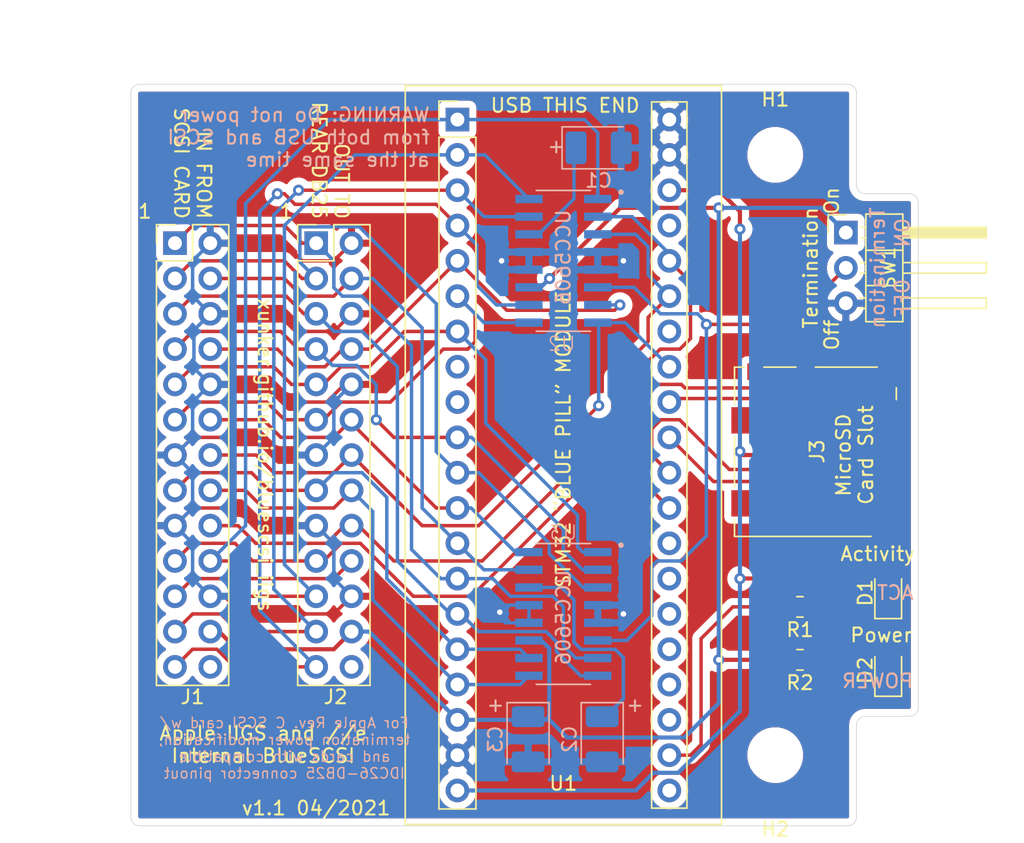
<source format=kicad_pcb>
(kicad_pcb (version 20171130) (host pcbnew "(5.1.8-0-10_14)")
  (layers (0 F.Cu signal) (31 B.Cu signal) (34 B.Paste user) (35 F.Paste user) (36 B.SilkS user) (37 F.SilkS user) (38 B.Mask user) (39 F.Mask user) (44 Edge.Cuts user))
  (net 0 "")
  (net 1 "Net-(U1-Pad37)")
  (net 2 "Net-(U1-Pad34)")
  (net 3 "Net-(U1-Pad8)")
  (net 4 "Net-(U1-Pad9)")
  (net 5 "Net-(U1-Pad28)")
  (net 6 "Net-(U1-Pad25)")
  (net 7 "Net-(U1-Pad24)")
  (net 8 "Net-(U1-Pad23)")
  (net 9 "Net-(U1-Pad21)")
  (net 10 "Net-(J1-Pad26)")
  (net 11 "Net-(J2-Pad26)")
  (net 12 +5V)
  (net 13 GND)
  (net 14 /SCSI_DB4)
  (net 15 /SCSI_DB2)
  (net 16 /SCSI_DB1)
  (net 17 /SCSI_DBP)
  (net 18 /SCSI_SEL)
  (net 19 /SCSI_ATN)
  (net 20 /SCSI_C_D)
  (net 21 /SCSI_DB7)
  (net 22 /SCSI_DB6)
  (net 23 /SCSI_DB5)
  (net 24 /SCSI_DB3)
  (net 25 /SCSI_DB0)
  (net 26 /SCSI_BSY)
  (net 27 /SCSI_ACK)
  (net 28 /SCSI_RST)
  (net 29 /SCSI_I_O)
  (net 30 /SCSI_MSG)
  (net 31 /SCSI_REQ)
  (net 32 /SD_MISO)
  (net 33 /SD_CSK)
  (net 34 +3V3)
  (net 35 /SD_MOSI)
  (net 36 /SD_CS)
  (net 37 "Net-(J3-Pad8)")
  (net 38 "Net-(J3-Pad1)")
  (net 39 "Net-(D2-Pad2)")
  (net 40 "Net-(R1-Pad2)")
  (net 41 "Net-(C1-Pad1)")
  (net 42 "Net-(C2-Pad1)")
  (net 43 /TERM_DISC)
  (net 44 "Net-(D1-Pad1)")
  (net 45 /DEBUG_RX)
  (net 46 /DEBUG_TX)
  (module Capacitor_Tantalum_SMD:CP_EIA-3528-21_Kemet-B_Pad1.50x2.35mm_HandSolder (layer B.Cu) (at 157.48 95.377 270)
    (fp_text reference C3 (at 0 2.35 90) (layer B.SilkS) (effects (justify mirror)))
    (fp_text value "4.7uF, 6.3v")
    (pad 2 smd roundrect (at 1.625 0 270) (size 1.5 2.35) (layers B.Cu B.Paste B.Mask) (roundrect_rratio 0.166667) (net 13 GND))
    (pad 1 smd roundrect (at -1.625 0 270) (size 1.5 2.35) (layers B.Cu B.Paste B.Mask) (roundrect_rratio 0.166667) (net 12 +5V))
  )
  (module Capacitor_Tantalum_SMD:CP_EIA-3528-21_Kemet-B_Pad1.50x2.35mm_HandSolder (layer B.Cu) (at 162.814 95.377 270)
    (fp_text reference C2 (at 0 2.35 90) (layer B.SilkS) (effects (justify mirror)))
    (fp_text value "4.7uF, 6.3v")
    (pad 2 smd roundrect (at 1.625 0 270) (size 1.5 2.35) (layers B.Cu B.Paste B.Mask) (roundrect_rratio 0.166667) (net 13 GND))
    (pad 1 smd roundrect (at -1.625 0 270) (size 1.5 2.35) (layers B.Cu B.Paste B.Mask) (roundrect_rratio 0.166667) (net 42 "Net-(C2-Pad1)"))
  )
  (module Capacitor_Tantalum_SMD:CP_EIA-3528-21_Kemet-B_Pad1.50x2.35mm_HandSolder (layer B.Cu) (at 162.56 52.832)
    (fp_text reference C1 (at 0 2.35) (layer B.SilkS) (effects (justify mirror)))
    (fp_text value "4.7uF, 6.3v")
    (pad 2 smd roundrect (at 1.625 0) (size 1.5 2.35) (layers B.Cu B.Paste B.Mask) (roundrect_rratio 0.166667) (net 13 GND))
    (pad 1 smd roundrect (at -1.625 0) (size 1.5 2.35) (layers B.Cu B.Paste B.Mask) (roundrect_rratio 0.166667) (net 41 "Net-(C1-Pad1)"))
  )
  (module LED_SMD:LED_0805_2012Metric_Pad1.15x1.40mm_HandSolder (layer F.Cu) (at 183.388 90.424 90)
    (fp_text reference D2 (at 0 -1.65 90) (layer F.SilkS))
    (fp_text value LED)
    (pad 2 smd roundrect (at 1.025 0 90) (size 1.15 1.4) (layers F.Cu F.Paste F.Mask) (roundrect_rratio 0.217391) (net 39 "Net-(D2-Pad2)"))
    (pad 1 smd roundrect (at -1.025 0 90) (size 1.15 1.4) (layers F.Cu F.Paste F.Mask) (roundrect_rratio 0.217391) (net 13 GND))
  )
  (module LED_SMD:LED_0805_2012Metric_Pad1.15x1.40mm_HandSolder (layer F.Cu) (at 183.388 84.836 90)
    (fp_text reference D1 (at 0 -1.65 90) (layer F.SilkS))
    (fp_text value LED)
    (pad 2 smd roundrect (at 1.025 0 90) (size 1.15 1.4) (layers F.Cu F.Paste F.Mask) (roundrect_rratio 0.217391) (net 34 +3V3))
    (pad 1 smd roundrect (at -1.025 0 90) (size 1.15 1.4) (layers F.Cu F.Paste F.Mask) (roundrect_rratio 0.217391) (net 44 "Net-(D1-Pad1)"))
  )
  (module Resistor_SMD:R_0805_2012Metric_Pad1.20x1.40mm_HandSolder (layer F.Cu) (at 177.038 89.662 180)
    (fp_text reference R2 (at 0 -1.65) (layer F.SilkS))
    (fp_text value 470)
    (pad 2 smd roundrect (at 1 0 180) (size 1.2 1.4) (layers F.Cu F.Paste F.Mask) (roundrect_rratio 0.208333) (net 12 +5V))
    (pad 1 smd roundrect (at -1 0 180) (size 1.2 1.4) (layers F.Cu F.Paste F.Mask) (roundrect_rratio 0.208333) (net 39 "Net-(D2-Pad2)"))
  )
  (module Resistor_SMD:R_0805_2012Metric_Pad1.20x1.40mm_HandSolder (layer F.Cu) (at 177.038 85.852 180)
    (fp_text reference R1 (at 0 -1.65) (layer F.SilkS))
    (fp_text value 330)
    (pad 2 smd roundrect (at 1 0 180) (size 1.2 1.4) (layers F.Cu F.Paste F.Mask) (roundrect_rratio 0.208333) (net 40 "Net-(R1-Pad2)"))
    (pad 1 smd roundrect (at -1 0 180) (size 1.2 1.4) (layers F.Cu F.Paste F.Mask) (roundrect_rratio 0.208333) (net 44 "Net-(D1-Pad1)"))
  )
  (module Connector_PinHeader_2.54mm:PinHeader_1x03_P2.54mm_Horizontal (layer F.Cu) (at 180.34 58.928)
    (fp_text reference SW1 (at 3.048 2.54 90) (layer F.SilkS))
    (fp_text value SW_SPDT)
    (pad 3 thru_hole oval (at 0 5.08) (size 1.7 1.7) (drill 1) (layers *.Cu *.Mask) (net 13 GND))
    (pad 2 thru_hole oval (at 0 2.54) (size 1.7 1.7) (drill 1) (layers *.Cu *.Mask) (net 43 /TERM_DISC))
    (pad 1 thru_hole rect (at 0 0) (size 1.7 1.7) (drill 1) (layers *.Cu *.Mask) (net 12 +5V))
  )
  (module Connector_PinHeader_2.54mm:PinHeader_2x13_P2.54mm_Vertical (layer F.Cu) (at 142.24 59.69)
    (fp_text reference J2 (at 1.397 32.639) (layer F.SilkS))
    (fp_text value Conn_02x13_Odd_Even)
    (pad 26 thru_hole oval (at 2.54 30.48) (size 1.7 1.7) (drill 1) (layers *.Cu *.Mask) (net 11 "Net-(J2-Pad26)"))
    (pad 25 thru_hole oval (at 0 30.48) (size 1.7 1.7) (drill 1) (layers *.Cu *.Mask) (net 21 /SCSI_DB7))
    (pad 24 thru_hole oval (at 2.54 27.94) (size 1.7 1.7) (drill 1) (layers *.Cu *.Mask) (net 12 +5V))
    (pad 23 thru_hole oval (at 0 27.94) (size 1.7 1.7) (drill 1) (layers *.Cu *.Mask) (net 22 /SCSI_DB6))
    (pad 22 thru_hole oval (at 2.54 25.4) (size 1.7 1.7) (drill 1) (layers *.Cu *.Mask) (net 13 GND))
    (pad 21 thru_hole oval (at 0 25.4) (size 1.7 1.7) (drill 1) (layers *.Cu *.Mask) (net 23 /SCSI_DB5))
    (pad 20 thru_hole oval (at 2.54 22.86) (size 1.7 1.7) (drill 1) (layers *.Cu *.Mask) (net 14 /SCSI_DB4))
    (pad 19 thru_hole oval (at 0 22.86) (size 1.7 1.7) (drill 1) (layers *.Cu *.Mask) (net 24 /SCSI_DB3))
    (pad 18 thru_hole oval (at 2.54 20.32) (size 1.7 1.7) (drill 1) (layers *.Cu *.Mask) (net 15 /SCSI_DB2))
    (pad 17 thru_hole oval (at 0 20.32) (size 1.7 1.7) (drill 1) (layers *.Cu *.Mask) (net 13 GND))
    (pad 16 thru_hole oval (at 2.54 17.78) (size 1.7 1.7) (drill 1) (layers *.Cu *.Mask) (net 16 /SCSI_DB1))
    (pad 15 thru_hole oval (at 0 17.78) (size 1.7 1.7) (drill 1) (layers *.Cu *.Mask) (net 25 /SCSI_DB0))
    (pad 14 thru_hole oval (at 2.54 15.24) (size 1.7 1.7) (drill 1) (layers *.Cu *.Mask) (net 17 /SCSI_DBP))
    (pad 13 thru_hole oval (at 0 15.24) (size 1.7 1.7) (drill 1) (layers *.Cu *.Mask) (net 13 GND))
    (pad 12 thru_hole oval (at 2.54 12.7) (size 1.7 1.7) (drill 1) (layers *.Cu *.Mask) (net 18 /SCSI_SEL))
    (pad 11 thru_hole oval (at 0 12.7) (size 1.7 1.7) (drill 1) (layers *.Cu *.Mask) (net 26 /SCSI_BSY))
    (pad 10 thru_hole oval (at 2.54 10.16) (size 1.7 1.7) (drill 1) (layers *.Cu *.Mask) (net 13 GND))
    (pad 9 thru_hole oval (at 0 10.16) (size 1.7 1.7) (drill 1) (layers *.Cu *.Mask) (net 27 /SCSI_ACK))
    (pad 8 thru_hole oval (at 2.54 7.62) (size 1.7 1.7) (drill 1) (layers *.Cu *.Mask) (net 19 /SCSI_ATN))
    (pad 7 thru_hole oval (at 0 7.62) (size 1.7 1.7) (drill 1) (layers *.Cu *.Mask) (net 28 /SCSI_RST))
    (pad 6 thru_hole oval (at 2.54 5.08) (size 1.7 1.7) (drill 1) (layers *.Cu *.Mask) (net 13 GND))
    (pad 5 thru_hole oval (at 0 5.08) (size 1.7 1.7) (drill 1) (layers *.Cu *.Mask) (net 29 /SCSI_I_O))
    (pad 4 thru_hole oval (at 2.54 2.54) (size 1.7 1.7) (drill 1) (layers *.Cu *.Mask) (net 20 /SCSI_C_D))
    (pad 3 thru_hole oval (at 0 2.54) (size 1.7 1.7) (drill 1) (layers *.Cu *.Mask) (net 30 /SCSI_MSG))
    (pad 2 thru_hole oval (at 2.54 0) (size 1.7 1.7) (drill 1) (layers *.Cu *.Mask) (net 13 GND))
    (pad 1 thru_hole rect (at 0 0) (size 1.7 1.7) (drill 1) (layers *.Cu *.Mask) (net 31 /SCSI_REQ))
  )
  (module "my library:YAAJ_BluePill_2" (layer F.Cu) (at 152.4 50.8)
    (fp_text reference U1 (at 7.62 47.752) (layer F.SilkS))
    (fp_text value YAAJ_BluePill hide)
    (pad 40 thru_hole circle (at 15.24 0) (size 1.7 1.7) (drill 1) (layers *.Cu *.Mask) (net 13 GND))
    (pad 1 thru_hole rect (at 0 0) (size 1.7 1.7) (drill 1) (layers *.Cu *.Mask) (net 14 /SCSI_DB4))
    (pad 39 thru_hole circle (at 15.24 2.54) (size 1.7 1.7) (drill 1) (layers *.Cu *.Mask) (net 13 GND))
    (pad 2 thru_hole circle (at 0 2.54) (size 1.7 1.7) (drill 1) (layers *.Cu *.Mask) (net 23 /SCSI_DB5))
    (pad 38 thru_hole circle (at 15.24 5.08) (size 1.7 1.7) (drill 1) (layers *.Cu *.Mask) (net 34 +3V3))
    (pad 3 thru_hole circle (at 0 5.08) (size 1.7 1.7) (drill 1) (layers *.Cu *.Mask) (net 22 /SCSI_DB6))
    (pad 37 thru_hole circle (at 15.24 7.62) (size 1.7 1.7) (drill 1) (layers *.Cu *.Mask) (net 1 "Net-(U1-Pad37)"))
    (pad 4 thru_hole circle (at 0 7.62) (size 1.7 1.7) (drill 1) (layers *.Cu *.Mask) (net 21 /SCSI_DB7))
    (pad 36 thru_hole circle (at 15.24 10.16) (size 1.7 1.7) (drill 1) (layers *.Cu *.Mask) (net 24 /SCSI_DB3))
    (pad 5 thru_hole circle (at 0 10.16) (size 1.7 1.7) (drill 1) (layers *.Cu *.Mask) (net 19 /SCSI_ATN))
    (pad 35 thru_hole circle (at 15.24 12.7) (size 1.7 1.7) (drill 1) (layers *.Cu *.Mask) (net 15 /SCSI_DB2))
    (pad 6 thru_hole circle (at 0 12.7) (size 1.7 1.7) (drill 1) (layers *.Cu *.Mask) (net 26 /SCSI_BSY))
    (pad 34 thru_hole circle (at 15.24 15.24) (size 1.7 1.7) (drill 1) (layers *.Cu *.Mask) (net 2 "Net-(U1-Pad34)"))
    (pad 7 thru_hole circle (at 0 15.24) (size 1.7 1.7) (drill 1) (layers *.Cu *.Mask) (net 27 /SCSI_ACK))
    (pad 33 thru_hole circle (at 15.24 17.78) (size 1.7 1.7) (drill 1) (layers *.Cu *.Mask) (net 17 /SCSI_DBP))
    (pad 8 thru_hole circle (at 0 17.78) (size 1.7 1.7) (drill 1) (layers *.Cu *.Mask) (net 3 "Net-(U1-Pad8)"))
    (pad 32 thru_hole circle (at 15.24 20.32) (size 1.7 1.7) (drill 1) (layers *.Cu *.Mask) (net 35 /SD_MOSI))
    (pad 9 thru_hole circle (at 0 20.32) (size 1.7 1.7) (drill 1) (layers *.Cu *.Mask) (net 4 "Net-(U1-Pad9)"))
    (pad 31 thru_hole circle (at 15.24 22.86) (size 1.7 1.7) (drill 1) (layers *.Cu *.Mask) (net 32 /SD_MISO))
    (pad 10 thru_hole circle (at 0 22.86) (size 1.7 1.7) (drill 1) (layers *.Cu *.Mask) (net 28 /SCSI_RST))
    (pad 30 thru_hole circle (at 15.24 25.4) (size 1.7 1.7) (drill 1) (layers *.Cu *.Mask) (net 33 /SD_CSK))
    (pad 11 thru_hole circle (at 0 25.4) (size 1.7 1.7) (drill 1) (layers *.Cu *.Mask) (net 30 /SCSI_MSG))
    (pad 29 thru_hole circle (at 15.24 27.94) (size 1.7 1.7) (drill 1) (layers *.Cu *.Mask) (net 36 /SD_CS))
    (pad 12 thru_hole circle (at 0 27.94) (size 1.7 1.7) (drill 1) (layers *.Cu *.Mask) (net 18 /SCSI_SEL))
    (pad 28 thru_hole circle (at 15.24 30.48) (size 1.7 1.7) (drill 1) (layers *.Cu *.Mask) (net 5 "Net-(U1-Pad28)"))
    (pad 13 thru_hole circle (at 0 30.48) (size 1.7 1.7) (drill 1) (layers *.Cu *.Mask) (net 20 /SCSI_C_D))
    (pad 27 thru_hole circle (at 15.24 33.02) (size 1.7 1.7) (drill 1) (layers *.Cu *.Mask) (net 45 /DEBUG_RX))
    (pad 14 thru_hole circle (at 0 33.02) (size 1.7 1.7) (drill 1) (layers *.Cu *.Mask) (net 31 /SCSI_REQ))
    (pad 26 thru_hole circle (at 15.24 35.56) (size 1.7 1.7) (drill 1) (layers *.Cu *.Mask) (net 46 /DEBUG_TX))
    (pad 15 thru_hole circle (at 0 35.56) (size 1.7 1.7) (drill 1) (layers *.Cu *.Mask) (net 29 /SCSI_I_O))
    (pad 25 thru_hole circle (at 15.24 38.1) (size 1.7 1.7) (drill 1) (layers *.Cu *.Mask) (net 6 "Net-(U1-Pad25)"))
    (pad 16 thru_hole circle (at 0 38.1) (size 1.7 1.7) (drill 1) (layers *.Cu *.Mask) (net 25 /SCSI_DB0))
    (pad 24 thru_hole circle (at 15.24 40.64) (size 1.7 1.7) (drill 1) (layers *.Cu *.Mask) (net 7 "Net-(U1-Pad24)"))
    (pad 17 thru_hole circle (at 0 40.64) (size 1.7 1.7) (drill 1) (layers *.Cu *.Mask) (net 16 /SCSI_DB1))
    (pad 23 thru_hole circle (at 15.24 43.18) (size 1.7 1.7) (drill 1) (layers *.Cu *.Mask) (net 8 "Net-(U1-Pad23)"))
    (pad 18 thru_hole circle (at 0 43.18) (size 1.7 1.7) (drill 1) (layers *.Cu *.Mask) (net 12 +5V))
    (pad 22 thru_hole circle (at 15.24 45.72) (size 1.7 1.7) (drill 1) (layers *.Cu *.Mask) (net 40 "Net-(R1-Pad2)"))
    (pad 19 thru_hole circle (at 0 45.72) (size 1.7 1.7) (drill 1) (layers *.Cu *.Mask) (net 13 GND))
    (pad 21 thru_hole circle (at 15.24 48.26) (size 1.7 1.7) (drill 1) (layers *.Cu *.Mask) (net 9 "Net-(U1-Pad21)"))
    (pad 20 thru_hole circle (at 0 48.26) (size 1.7 1.7) (drill 1) (layers *.Cu *.Mask) (net 34 +3V3))
  )
  (module "my library:SOIC127P600X175-16N" (layer B.Cu) (at 160.02 86.36 180)
    (fp_text reference U3 (at 0 5.842) (layer B.SilkS) (effects (font (thickness 0.1)) (justify mirror)))
    (fp_text value UCC5606)
    (pad 1 smd rect (at -2.475 4.445 180) (size 1.97 0.6) (layers B.Cu B.Paste B.Mask) (net 27 /SCSI_ACK))
    (pad 2 smd rect (at -2.475 3.175 180) (size 1.97 0.6) (layers B.Cu B.Paste B.Mask) (net 28 /SCSI_RST))
    (pad 3 smd rect (at -2.475 1.905 180) (size 1.97 0.6) (layers B.Cu B.Paste B.Mask) (net 30 /SCSI_MSG))
    (pad 4 smd rect (at -2.475 0.635 180) (size 1.97 0.6) (layers B.Cu B.Paste B.Mask) (net 13 GND))
    (pad 5 smd rect (at -2.475 -0.635 180) (size 1.97 0.6) (layers B.Cu B.Paste B.Mask) (net 13 GND))
    (pad 6 smd rect (at -2.475 -1.905 180) (size 1.97 0.6) (layers B.Cu B.Paste B.Mask) (net 43 /TERM_DISC))
    (pad 7 smd rect (at -2.475 -3.175 180) (size 1.97 0.6) (layers B.Cu B.Paste B.Mask) (net 31 /SCSI_REQ))
    (pad 8 smd rect (at -2.475 -4.445 180) (size 1.97 0.6) (layers B.Cu B.Paste B.Mask) (net 29 /SCSI_I_O))
    (pad 9 smd rect (at 2.475 -4.445 180) (size 1.97 0.6) (layers B.Cu B.Paste B.Mask) (net 16 /SCSI_DB1))
    (pad 10 smd rect (at 2.475 -3.175 180) (size 1.97 0.6) (layers B.Cu B.Paste B.Mask) (net 25 /SCSI_DB0))
    (pad 11 smd rect (at 2.475 -1.905 180) (size 1.97 0.6) (layers B.Cu B.Paste B.Mask) (net 12 +5V))
    (pad 12 smd rect (at 2.475 -0.635 180) (size 1.97 0.6) (layers B.Cu B.Paste B.Mask) (net 13 GND))
    (pad 13 smd rect (at 2.475 0.635 180) (size 1.97 0.6) (layers B.Cu B.Paste B.Mask) (net 13 GND))
    (pad 14 smd rect (at 2.475 1.905 180) (size 1.97 0.6) (layers B.Cu B.Paste B.Mask) (net 42 "Net-(C2-Pad1)"))
    (pad 15 smd rect (at 2.475 3.175 180) (size 1.97 0.6) (layers B.Cu B.Paste B.Mask) (net 20 /SCSI_C_D))
    (pad 16 smd rect (at 2.475 4.445 180) (size 1.97 0.6) (layers B.Cu B.Paste B.Mask) (net 18 /SCSI_SEL))
  )
  (module "my library:SOIC127P600X175-16N" (layer B.Cu) (at 160.02 60.96 180)
    (fp_text reference U2 (at 0.127 -5.969) (layer B.SilkS) (effects (font (thickness 0.1)) (justify mirror)))
    (fp_text value UCC5606)
    (pad 1 smd rect (at -2.475 4.445 180) (size 1.97 0.6) (layers B.Cu B.Paste B.Mask) (net 14 /SCSI_DB4))
    (pad 2 smd rect (at -2.475 3.175 180) (size 1.97 0.6) (layers B.Cu B.Paste B.Mask) (net 24 /SCSI_DB3))
    (pad 3 smd rect (at -2.475 1.905 180) (size 1.97 0.6) (layers B.Cu B.Paste B.Mask) (net 15 /SCSI_DB2))
    (pad 4 smd rect (at -2.475 0.635 180) (size 1.97 0.6) (layers B.Cu B.Paste B.Mask) (net 13 GND))
    (pad 5 smd rect (at -2.475 -0.635 180) (size 1.97 0.6) (layers B.Cu B.Paste B.Mask) (net 13 GND))
    (pad 6 smd rect (at -2.475 -1.905 180) (size 1.97 0.6) (layers B.Cu B.Paste B.Mask) (net 43 /TERM_DISC))
    (pad 7 smd rect (at -2.475 -3.175 180) (size 1.97 0.6) (layers B.Cu B.Paste B.Mask) (net 19 /SCSI_ATN))
    (pad 8 smd rect (at -2.475 -4.445 180) (size 1.97 0.6) (layers B.Cu B.Paste B.Mask) (net 17 /SCSI_DBP))
    (pad 9 smd rect (at 2.475 -4.445 180) (size 1.97 0.6) (layers B.Cu B.Paste B.Mask) (net 26 /SCSI_BSY))
    (pad 10 smd rect (at 2.475 -3.175 180) (size 1.97 0.6) (layers B.Cu B.Paste B.Mask) (net 21 /SCSI_DB7))
    (pad 11 smd rect (at 2.475 -1.905 180) (size 1.97 0.6) (layers B.Cu B.Paste B.Mask) (net 12 +5V))
    (pad 12 smd rect (at 2.475 -0.635 180) (size 1.97 0.6) (layers B.Cu B.Paste B.Mask) (net 13 GND))
    (pad 13 smd rect (at 2.475 0.635 180) (size 1.97 0.6) (layers B.Cu B.Paste B.Mask) (net 13 GND))
    (pad 14 smd rect (at 2.475 1.905 180) (size 1.97 0.6) (layers B.Cu B.Paste B.Mask) (net 41 "Net-(C1-Pad1)"))
    (pad 15 smd rect (at 2.475 3.175 180) (size 1.97 0.6) (layers B.Cu B.Paste B.Mask) (net 22 /SCSI_DB6))
    (pad 16 smd rect (at 2.475 4.445 180) (size 1.97 0.6) (layers B.Cu B.Paste B.Mask) (net 23 /SCSI_DB5))
  )
  (module MountingHole:MountingHole_3mm (layer F.Cu) (at 175.26 96.52)
    (fp_text reference H2 (at 0 5.334) (layer F.SilkS))
    (fp_text value MountingHole)
    (pad 1 np_thru_hole circle (at 0 0) (size 3 3) (drill 3) (layers *.Cu *.Mask))
  )
  (module MountingHole:MountingHole_3mm (layer F.Cu) (at 175.26 53.34)
    (fp_text reference H1 (at 0 -4) (layer F.SilkS))
    (fp_text value MountingHole)
    (pad 1 np_thru_hole circle (at 0 0) (size 3 3) (drill 3) (layers *.Cu *.Mask))
  )
  (module Connector_Card:microSD_HC_Molex_104031-0811 (layer F.Cu) (at 178.15 74.676 270)
    (fp_text reference J3 (at 0 -0.127 90) (layer F.SilkS))
    (fp_text value Micro_SD_Card)
    (pad 11 smd rect (at 3.73 5.375 270) (size 1.9 1.35) (layers F.Cu F.Paste F.Mask))
    (pad 11 smd rect (at -2.24 5.375 270) (size 1.9 1.35) (layers F.Cu F.Paste F.Mask))
    (pad 9 smd rect (at -5.74 0.7 270) (size 1.2 1) (layers F.Cu F.Paste F.Mask) (net 13 GND))
    (pad 10 smd rect (at -5.74 4.4 270) (size 1.2 1) (layers F.Cu F.Paste F.Mask))
    (pad 11 smd rect (at -5.565 -5.325 270) (size 1.55 1.35) (layers F.Cu F.Paste F.Mask))
    (pad 11 smd rect (at 5.755 -5.1 270) (size 1.17 1.8) (layers F.Cu F.Paste F.Mask))
    (pad 7 smd rect (at 3.495 -5.45 270) (size 0.85 1.1) (layers F.Cu F.Paste F.Mask) (net 32 /SD_MISO))
    (pad 6 smd rect (at 2.395 -5.45 270) (size 0.85 1.1) (layers F.Cu F.Paste F.Mask) (net 13 GND))
    (pad 5 smd rect (at 1.295 -5.45 270) (size 0.85 1.1) (layers F.Cu F.Paste F.Mask) (net 33 /SD_CSK))
    (pad 4 smd rect (at 0.195 -5.45 270) (size 0.85 1.1) (layers F.Cu F.Paste F.Mask) (net 34 +3V3))
    (pad 3 smd rect (at -0.905 -5.45 270) (size 0.85 1.1) (layers F.Cu F.Paste F.Mask) (net 35 /SD_MOSI))
    (pad 2 smd rect (at -2.005 -5.45 270) (size 0.85 1.1) (layers F.Cu F.Paste F.Mask) (net 36 /SD_CS))
    (pad 8 smd rect (at 4.545 -5.45 270) (size 0.75 1.1) (layers F.Cu F.Paste F.Mask) (net 37 "Net-(J3-Pad8)"))
    (pad 1 smd rect (at -3.105 -5.45 270) (size 0.85 1.1) (layers F.Cu F.Paste F.Mask) (net 38 "Net-(J3-Pad1)"))
  )
  (module Connector_PinHeader_2.54mm:PinHeader_2x13_P2.54mm_Vertical (layer F.Cu) (at 132.08 59.69)
    (fp_text reference J1 (at 1.27 32.639) (layer F.SilkS))
    (fp_text value Conn_02x13_Odd_Even)
    (pad 26 thru_hole oval (at 2.54 30.48) (size 1.7 1.7) (drill 1) (layers *.Cu *.Mask) (net 10 "Net-(J1-Pad26)"))
    (pad 25 thru_hole oval (at 0 30.48) (size 1.7 1.7) (drill 1) (layers *.Cu *.Mask) (net 21 /SCSI_DB7))
    (pad 24 thru_hole oval (at 2.54 27.94) (size 1.7 1.7) (drill 1) (layers *.Cu *.Mask) (net 12 +5V))
    (pad 23 thru_hole oval (at 0 27.94) (size 1.7 1.7) (drill 1) (layers *.Cu *.Mask) (net 22 /SCSI_DB6))
    (pad 22 thru_hole oval (at 2.54 25.4) (size 1.7 1.7) (drill 1) (layers *.Cu *.Mask) (net 13 GND))
    (pad 21 thru_hole oval (at 0 25.4) (size 1.7 1.7) (drill 1) (layers *.Cu *.Mask) (net 23 /SCSI_DB5))
    (pad 20 thru_hole oval (at 2.54 22.86) (size 1.7 1.7) (drill 1) (layers *.Cu *.Mask) (net 14 /SCSI_DB4))
    (pad 19 thru_hole oval (at 0 22.86) (size 1.7 1.7) (drill 1) (layers *.Cu *.Mask) (net 24 /SCSI_DB3))
    (pad 18 thru_hole oval (at 2.54 20.32) (size 1.7 1.7) (drill 1) (layers *.Cu *.Mask) (net 15 /SCSI_DB2))
    (pad 17 thru_hole oval (at 0 20.32) (size 1.7 1.7) (drill 1) (layers *.Cu *.Mask) (net 13 GND))
    (pad 16 thru_hole oval (at 2.54 17.78) (size 1.7 1.7) (drill 1) (layers *.Cu *.Mask) (net 16 /SCSI_DB1))
    (pad 15 thru_hole oval (at 0 17.78) (size 1.7 1.7) (drill 1) (layers *.Cu *.Mask) (net 25 /SCSI_DB0))
    (pad 14 thru_hole oval (at 2.54 15.24) (size 1.7 1.7) (drill 1) (layers *.Cu *.Mask) (net 17 /SCSI_DBP))
    (pad 13 thru_hole oval (at 0 15.24) (size 1.7 1.7) (drill 1) (layers *.Cu *.Mask) (net 13 GND))
    (pad 12 thru_hole oval (at 2.54 12.7) (size 1.7 1.7) (drill 1) (layers *.Cu *.Mask) (net 18 /SCSI_SEL))
    (pad 11 thru_hole oval (at 0 12.7) (size 1.7 1.7) (drill 1) (layers *.Cu *.Mask) (net 26 /SCSI_BSY))
    (pad 10 thru_hole oval (at 2.54 10.16) (size 1.7 1.7) (drill 1) (layers *.Cu *.Mask) (net 13 GND))
    (pad 9 thru_hole oval (at 0 10.16) (size 1.7 1.7) (drill 1) (layers *.Cu *.Mask) (net 27 /SCSI_ACK))
    (pad 8 thru_hole oval (at 2.54 7.62) (size 1.7 1.7) (drill 1) (layers *.Cu *.Mask) (net 19 /SCSI_ATN))
    (pad 7 thru_hole oval (at 0 7.62) (size 1.7 1.7) (drill 1) (layers *.Cu *.Mask) (net 28 /SCSI_RST))
    (pad 6 thru_hole oval (at 2.54 5.08) (size 1.7 1.7) (drill 1) (layers *.Cu *.Mask) (net 13 GND))
    (pad 5 thru_hole oval (at 0 5.08) (size 1.7 1.7) (drill 1) (layers *.Cu *.Mask) (net 29 /SCSI_I_O))
    (pad 4 thru_hole oval (at 2.54 2.54) (size 1.7 1.7) (drill 1) (layers *.Cu *.Mask) (net 20 /SCSI_C_D))
    (pad 3 thru_hole oval (at 0 2.54) (size 1.7 1.7) (drill 1) (layers *.Cu *.Mask) (net 30 /SCSI_MSG))
    (pad 2 thru_hole oval (at 2.54 0) (size 1.7 1.7) (drill 1) (layers *.Cu *.Mask) (net 13 GND))
    (pad 1 thru_hole rect (at 0 0) (size 1.7 1.7) (drill 1) (layers *.Cu *.Mask) (net 31 /SCSI_REQ))
  )
  (gr_text "WARNING: Do not power\nfrom both USB and SCSI\nat the same time" (at 150.495 52.07) (layer B.SilkS) (effects (font (size 1 1)) (justify left mirror)))
  (gr_line (start 181.737 93.726) (end 184.912 93.726) (layer Edge.Cuts) (width 0.05))
  (gr_line (start 181.102 94.361) (end 181.102 100.965) (layer Edge.Cuts) (width 0.05))
  (gr_arc (start 181.737 94.361) (end 181.737 93.726) (angle -90) (layer Edge.Cuts) (width 0.05))
  (gr_arc (start 184.912 93.091) (end 184.912 93.726) (angle -90) (layer Edge.Cuts) (width 0.05))
  (gr_line (start 181.737 56.134) (end 184.912 56.134) (layer Edge.Cuts) (width 0.05))
  (gr_arc (start 184.912 56.769) (end 185.547 56.769) (angle -90) (layer Edge.Cuts) (width 0.05))
  (gr_line (start 181.102 48.895) (end 181.102 55.499) (layer Edge.Cuts) (width 0.05))
  (gr_arc (start 181.737 55.499) (end 181.102 55.499) (angle -90) (layer Edge.Cuts) (width 0.05))
  (gr_text UCC5606 (at 160.02 60.706 90) (layer B.SilkS) (effects (font (size 1 1)) (justify mirror)))
  (gr_text UCC5606 (at 160.02 86.614 90) (layer B.SilkS) (effects (font (size 1 1)) (justify mirror)))
  (gr_text "For Apple Rev. C SCSI card w/\ntermination power modification,\nand cards with compatible\nIDC26-DB25 connector pinout" (at 139.954 96.012) (layer B.SilkS) (effects (font (size 0.75 0.75) (thickness 0.1)) (justify mirror)))
  (gr_arc (start 180.467 48.895) (end 181.102 48.895) (angle -90) (layer Edge.Cuts) (width 0.05))
  (gr_arc (start 180.467 100.965) (end 180.467 101.6) (angle -90) (layer Edge.Cuts) (width 0.05))
  (gr_arc (start 129.54 100.965) (end 128.905 100.965) (angle -90) (layer Edge.Cuts) (width 0.05))
  (gr_arc (start 129.54 48.895) (end 129.54 48.26) (angle -90) (layer Edge.Cuts) (width 0.05))
  (gr_text "MicroSD\nCard Slot" (at 180.975 74.93 90) (layer F.SilkS) (effects (font (size 1 1))))
  (gr_text Off (at 179.324 66.294 90) (layer F.SilkS) (effects (font (size 1 1))))
  (gr_text On (at 179.324 56.642 90) (layer F.SilkS) (effects (font (size 1 1))))
  (gr_text Termination (at 177.8 61.468 90) (layer F.SilkS) (effects (font (size 1 1))))
  (gr_text Power (at 182.88 87.884) (layer F.SilkS) (effects (font (size 1 1))))
  (gr_text Activity (at 182.626 82.042) (layer F.SilkS) (effects (font (size 1 1))))
  (gr_text xunker.github.io/bluescsi_iigs (at 138.557 74.93 270) (layer F.SilkS) (effects (font (size 1 1))))
  (gr_text "v1.1 04/2021" (at 142.24 100.33) (layer F.SilkS) (effects (font (size 1 1))))
  (gr_text "Apple IIGS and //e\nInternal BlueSCSI" (at 138.43 95.758) (layer F.SilkS) (effects (font (size 1 1))))
  (gr_text + (at 155.067 92.964 90) (layer B.SilkS) (effects (font (size 1 1)) (justify mirror)))
  (gr_text + (at 165.1 92.964 90) (layer B.SilkS) (effects (font (size 1 1)) (justify mirror)))
  (gr_text + (at 159.512 52.705) (layer B.SilkS) (effects (font (size 1 1)) (justify mirror)))
  (gr_text "ON   OFF" (at 184.404 61.468 90) (layer B.SilkS) (effects (font (size 1 1)) (justify mirror)))
  (gr_text POWER (at 182.626 91.186) (layer B.SilkS) (effects (font (size 1 1)) (justify mirror)))
  (gr_text ACT (at 183.896 84.836) (layer B.SilkS) (effects (font (size 1 1)) (justify mirror)))
  (gr_text Termination (at 182.626 61.468 90) (layer B.SilkS) (effects (font (size 1 1)) (justify mirror)))
  (gr_text "STM32 “BLUE PILL” MODULE" (at 160.02 73.787 90) (layer F.SilkS) (effects (font (size 1 1))))
  (gr_text 1 (at 129.921 57.404) (layer F.SilkS) (effects (font (size 1 1))))
  (gr_text 1 (at 140.081 57.404) (layer F.SilkS) (effects (font (size 1 1))))
  (gr_text "USB THIS END" (at 160.147 49.784) (layer F.SilkS) (effects (font (size 1 1))))
  (gr_text "OUT TO\nREAR DB25\n" (at 143.256 58.039 270) (layer F.SilkS) (effects (font (size 1 1)) (justify right)))
  (gr_text "IN FROM\nSCSI CARD" (at 133.35 58.039 270) (layer F.SilkS) (effects (font (size 1 1)) (justify right)))
  (gr_line (start 129.54 48.26) (end 180.467 48.26) (layer Edge.Cuts) (width 0.05))
  (gr_line (start 128.905 100.965) (end 128.905 48.895) (layer Edge.Cuts) (width 0.05))
  (gr_line (start 180.467 101.6) (end 129.54 101.6) (layer Edge.Cuts) (width 0.05))
  (gr_line (start 185.547 56.769) (end 185.547 93.091) (layer Edge.Cuts) (width 0.05))
  (segment (start 143.51 88.9) (end 144.78 87.63) (width 0.3) (layer F.Cu) (net 12))
  (segment (start 135.255 87.63) (end 136.525 88.9) (width 0.3) (layer F.Cu) (net 12))
  (segment (start 136.525 88.9) (end 143.51 88.9) (width 0.3) (layer F.Cu) (net 12))
  (segment (start 134.62 87.63) (end 135.255 87.63) (width 0.3) (layer F.Cu) (net 12))
  (segment (start 146.05 87.63) (end 152.4 93.98) (width 0.3) (layer B.Cu) (net 12))
  (segment (start 144.78 87.63) (end 146.05 87.63) (width 0.3) (layer B.Cu) (net 12))
  (segment (start 178.562 57.15) (end 180.34 58.928) (width 0.3) (layer B.Cu) (net 12))
  (segment (start 171.196 57.15) (end 171.196 57.15) (width 0.3) (layer B.Cu) (net 12))
  (segment (start 171.196 57.15) (end 178.562 57.15) (width 0.3) (layer B.Cu) (net 12))
  (via (at 171.196 57.15) (size 0.8) (drill 0.4) (layers F.Cu B.Cu) (net 12))
  (via (at 159.02532 62.233641) (size 0.8) (drill 0.4) (layers F.Cu B.Cu) (net 12))
  (segment (start 171.196 57.15) (end 164.108961 57.15) (width 0.3) (layer F.Cu) (net 12))
  (segment (start 157.545 62.865) (end 158.393961 62.865) (width 0.3) (layer B.Cu) (net 12))
  (segment (start 164.108961 57.15) (end 159.02532 62.233641) (width 0.3) (layer F.Cu) (net 12))
  (segment (start 158.393961 62.865) (end 159.02532 62.233641) (width 0.3) (layer B.Cu) (net 12))
  (segment (start 171.196 57.15) (end 171.196 89.662) (width 0.3) (layer B.Cu) (net 12))
  (via (at 171.196 89.662) (size 0.8) (drill 0.4) (layers F.Cu B.Cu) (net 12))
  (segment (start 176.038 89.662) (end 171.196 89.662) (width 0.3) (layer F.Cu) (net 12))
  (via (at 155.448 86.233) (size 0.8) (drill 0.4) (layers F.Cu B.Cu) (net 13))
  (segment (start 155.575 85.725) (end 155.067 86.233) (width 0.25) (layer B.Cu) (net 13))
  (segment (start 157.545 85.725) (end 155.575 85.725) (width 0.25) (layer B.Cu) (net 13))
  (segment (start 155.829 86.995) (end 155.067 86.233) (width 0.25) (layer B.Cu) (net 13))
  (segment (start 157.545 86.995) (end 155.829 86.995) (width 0.25) (layer B.Cu) (net 13))
  (segment (start 157.545 85.725) (end 157.545 86.995) (width 0.25) (layer B.Cu) (net 13))
  (segment (start 157.545 60.325) (end 162.495 60.325) (width 0.25) (layer B.Cu) (net 13))
  (segment (start 157.418 61.468) (end 157.545 61.595) (width 0.25) (layer B.Cu) (net 13))
  (via (at 155.575 60.96) (size 0.8) (drill 0.4) (layers F.Cu B.Cu) (net 13))
  (segment (start 143.51 66.04) (end 144.78 64.77) (width 0.25) (layer F.Cu) (net 13))
  (segment (start 139.954 64.77) (end 141.224 66.04) (width 0.25) (layer F.Cu) (net 13))
  (segment (start 141.224 66.04) (end 143.51 66.04) (width 0.25) (layer F.Cu) (net 13))
  (segment (start 134.62 64.77) (end 139.954 64.77) (width 0.25) (layer F.Cu) (net 13))
  (segment (start 143.51 86.36) (end 144.78 85.09) (width 0.25) (layer F.Cu) (net 13))
  (segment (start 136.906 86.36) (end 143.51 86.36) (width 0.25) (layer F.Cu) (net 13))
  (segment (start 135.636 85.09) (end 136.906 86.36) (width 0.25) (layer F.Cu) (net 13))
  (segment (start 134.62 85.09) (end 135.636 85.09) (width 0.25) (layer F.Cu) (net 13))
  (segment (start 133.35 78.74) (end 132.08 80.01) (width 0.25) (layer F.Cu) (net 13))
  (segment (start 136.906 78.74) (end 133.35 78.74) (width 0.25) (layer F.Cu) (net 13))
  (segment (start 138.176 80.01) (end 136.906 78.74) (width 0.25) (layer F.Cu) (net 13))
  (segment (start 142.24 80.01) (end 138.176 80.01) (width 0.25) (layer F.Cu) (net 13))
  (segment (start 139.446 74.93) (end 142.24 74.93) (width 0.25) (layer F.Cu) (net 13))
  (segment (start 133.35 73.66) (end 138.176 73.66) (width 0.25) (layer F.Cu) (net 13))
  (segment (start 138.176 73.66) (end 139.446 74.93) (width 0.25) (layer F.Cu) (net 13))
  (segment (start 132.08 74.93) (end 133.35 73.66) (width 0.25) (layer F.Cu) (net 13))
  (segment (start 143.51 60.96) (end 144.78 59.69) (width 0.25) (layer F.Cu) (net 13))
  (segment (start 141.224 60.96) (end 143.51 60.96) (width 0.25) (layer F.Cu) (net 13))
  (segment (start 139.954 59.69) (end 141.224 60.96) (width 0.25) (layer F.Cu) (net 13))
  (segment (start 134.62 59.69) (end 139.954 59.69) (width 0.25) (layer F.Cu) (net 13))
  (via (at 164.338 60.96) (size 0.8) (drill 0.4) (layers F.Cu B.Cu) (net 13))
  (via (at 164.338 86.36) (size 0.8) (drill 0.4) (layers F.Cu B.Cu) (net 13))
  (segment (start 144.272 69.85) (end 144.78 69.85) (width 0.25) (layer F.Cu) (net 13))
  (segment (start 140.208 71.12) (end 143.002 71.12) (width 0.25) (layer F.Cu) (net 13))
  (segment (start 138.938 69.85) (end 140.208 71.12) (width 0.25) (layer F.Cu) (net 13))
  (segment (start 143.002 71.12) (end 144.272 69.85) (width 0.25) (layer F.Cu) (net 13))
  (segment (start 134.62 69.85) (end 138.938 69.85) (width 0.25) (layer F.Cu) (net 13))
  (segment (start 143.51 73.66) (end 142.24 74.93) (width 0.25) (layer B.Cu) (net 13))
  (segment (start 143.51 71.12) (end 143.51 73.66) (width 0.25) (layer B.Cu) (net 13))
  (segment (start 144.78 69.85) (end 143.51 71.12) (width 0.25) (layer B.Cu) (net 13))
  (segment (start 143.51 83.82) (end 144.78 85.09) (width 0.25) (layer B.Cu) (net 13))
  (segment (start 143.51 81.28) (end 143.51 83.82) (width 0.25) (layer B.Cu) (net 13))
  (segment (start 142.24 80.01) (end 143.51 81.28) (width 0.25) (layer B.Cu) (net 13))
  (segment (start 133.35 83.82) (end 134.62 85.09) (width 0.25) (layer B.Cu) (net 13))
  (segment (start 133.35 81.28) (end 133.35 83.82) (width 0.25) (layer B.Cu) (net 13))
  (segment (start 132.08 80.01) (end 133.35 81.28) (width 0.25) (layer B.Cu) (net 13))
  (segment (start 133.35 73.66) (end 132.08 74.93) (width 0.25) (layer B.Cu) (net 13))
  (segment (start 133.35 71.12) (end 133.35 73.66) (width 0.25) (layer B.Cu) (net 13))
  (segment (start 134.62 69.85) (end 133.35 71.12) (width 0.25) (layer B.Cu) (net 13))
  (segment (start 133.35 76.2) (end 132.08 74.93) (width 0.25) (layer B.Cu) (net 13))
  (segment (start 133.35 78.74) (end 133.35 76.2) (width 0.25) (layer B.Cu) (net 13))
  (segment (start 132.08 80.01) (end 133.35 78.74) (width 0.25) (layer B.Cu) (net 13))
  (segment (start 133.444999 68.674999) (end 134.62 69.85) (width 0.25) (layer B.Cu) (net 13))
  (segment (start 133.444999 65.945001) (end 133.444999 68.674999) (width 0.25) (layer B.Cu) (net 13))
  (segment (start 134.62 64.77) (end 133.444999 65.945001) (width 0.25) (layer B.Cu) (net 13))
  (segment (start 133.35 60.96) (end 133.35 63.5) (width 0.25) (layer B.Cu) (net 13))
  (segment (start 133.35 63.5) (end 134.62 64.77) (width 0.25) (layer B.Cu) (net 13))
  (segment (start 134.62 59.69) (end 133.35 60.96) (width 0.25) (layer B.Cu) (net 13))
  (segment (start 157.545 88.265) (end 158.4265 88.265) (width 0.3) (layer B.Cu) (net 12))
  (segment (start 158.75 93.98) (end 152.4 93.98) (width 0.3) (layer B.Cu) (net 12))
  (segment (start 159.004 93.726) (end 158.75 93.98) (width 0.3) (layer B.Cu) (net 12))
  (segment (start 159.004 88.8425) (end 159.004 93.726) (width 0.3) (layer B.Cu) (net 12))
  (segment (start 158.4265 88.265) (end 159.004 88.8425) (width 0.3) (layer B.Cu) (net 12))
  (segment (start 171.196 92.7735) (end 171.196 89.662) (width 0.3) (layer B.Cu) (net 12))
  (segment (start 168.7195 95.25) (end 171.196 92.7735) (width 0.3) (layer B.Cu) (net 12))
  (segment (start 160.28075 95.25) (end 168.7195 95.25) (width 0.3) (layer B.Cu) (net 12))
  (segment (start 158.99725 93.9665) (end 160.28075 95.25) (width 0.3) (layer B.Cu) (net 12))
  (segment (start 156.718 93.9665) (end 158.99725 93.9665) (width 0.3) (layer B.Cu) (net 12))
  (segment (start 162.495 51.751) (end 162.495 56.515) (width 0.25) (layer B.Cu) (net 14))
  (segment (start 161.544 50.8) (end 162.495 51.751) (width 0.25) (layer B.Cu) (net 14))
  (segment (start 152.4 50.8) (end 161.544 50.8) (width 0.25) (layer B.Cu) (net 14))
  (segment (start 137.414 83.82) (end 143.51 83.82) (width 0.25) (layer F.Cu) (net 14))
  (segment (start 143.51 83.82) (end 144.78 82.55) (width 0.25) (layer F.Cu) (net 14))
  (segment (start 136.144 82.55) (end 137.414 83.82) (width 0.25) (layer F.Cu) (net 14))
  (segment (start 134.62 82.55) (end 136.144 82.55) (width 0.25) (layer F.Cu) (net 14))
  (segment (start 143.198998 50.8) (end 151.3 50.8) (width 0.25) (layer B.Cu) (net 14))
  (segment (start 151.3 50.8) (end 152.4 50.8) (width 0.25) (layer B.Cu) (net 14))
  (segment (start 134.62 82.55) (end 137.16 80.01) (width 0.25) (layer B.Cu) (net 14))
  (segment (start 137.16 56.838998) (end 143.198998 50.8) (width 0.25) (layer B.Cu) (net 14))
  (segment (start 137.16 80.01) (end 137.16 56.838998) (width 0.25) (layer B.Cu) (net 14))
  (segment (start 166.116 61.976) (end 167.64 63.5) (width 0.25) (layer B.Cu) (net 15))
  (segment (start 166.116 59.944) (end 166.116 61.976) (width 0.25) (layer B.Cu) (net 15))
  (segment (start 165.227 59.055) (end 166.116 59.944) (width 0.25) (layer B.Cu) (net 15))
  (segment (start 162.495 59.055) (end 165.227 59.055) (width 0.25) (layer B.Cu) (net 15))
  (segment (start 144.272 80.01) (end 144.78 80.01) (width 0.25) (layer F.Cu) (net 15))
  (segment (start 137.89025 81.28) (end 143.002 81.28) (width 0.25) (layer F.Cu) (net 15))
  (segment (start 143.002 81.28) (end 144.272 80.01) (width 0.25) (layer F.Cu) (net 15))
  (segment (start 136.62025 80.01) (end 137.89025 81.28) (width 0.25) (layer F.Cu) (net 15))
  (segment (start 134.62 80.01) (end 136.62025 80.01) (width 0.25) (layer F.Cu) (net 15))
  (segment (start 166.116 65.024) (end 167.64 63.5) (width 0.25) (layer F.Cu) (net 15))
  (segment (start 166.116 66.763002) (end 166.116 65.024) (width 0.25) (layer F.Cu) (net 15))
  (segment (start 163.576 69.303002) (end 166.116 66.763002) (width 0.25) (layer F.Cu) (net 15))
  (segment (start 147.828 82.55) (end 154.178 82.55) (width 0.25) (layer F.Cu) (net 15))
  (segment (start 145.288 80.01) (end 147.828 82.55) (width 0.25) (layer F.Cu) (net 15))
  (segment (start 163.576 73.152) (end 163.576 69.303002) (width 0.25) (layer F.Cu) (net 15))
  (segment (start 154.178 82.55) (end 163.576 73.152) (width 0.25) (layer F.Cu) (net 15))
  (segment (start 144.78 80.01) (end 145.288 80.01) (width 0.25) (layer F.Cu) (net 15))
  (segment (start 156.91 91.44) (end 157.545 90.805) (width 0.25) (layer B.Cu) (net 16))
  (segment (start 152.4 91.44) (end 156.91 91.44) (width 0.25) (layer B.Cu) (net 16))
  (segment (start 152.4 90.970998) (end 152.4 91.44) (width 0.25) (layer F.Cu) (net 16))
  (segment (start 138.43 78.74) (end 143.51 78.74) (width 0.25) (layer F.Cu) (net 16))
  (segment (start 143.51 78.74) (end 144.78 77.47) (width 0.25) (layer F.Cu) (net 16))
  (segment (start 137.16 77.47) (end 138.43 78.74) (width 0.25) (layer F.Cu) (net 16))
  (segment (start 134.62 77.47) (end 137.16 77.47) (width 0.25) (layer F.Cu) (net 16))
  (segment (start 146.304 85.344) (end 152.4 91.44) (width 0.25) (layer B.Cu) (net 16))
  (segment (start 146.304 78.994) (end 146.304 85.344) (width 0.25) (layer B.Cu) (net 16))
  (segment (start 144.78 77.47) (end 146.304 78.994) (width 0.25) (layer B.Cu) (net 16))
  (segment (start 167.475412 68.58) (end 167.64 68.58) (width 0.25) (layer F.Cu) (net 17))
  (segment (start 164.465 65.405) (end 162.495 65.405) (width 0.25) (layer B.Cu) (net 17))
  (segment (start 167.64 68.58) (end 164.465 65.405) (width 0.25) (layer B.Cu) (net 17))
  (segment (start 143.51 76.2) (end 144.78 74.93) (width 0.25) (layer F.Cu) (net 17))
  (segment (start 139.192 76.2) (end 143.51 76.2) (width 0.25) (layer F.Cu) (net 17))
  (segment (start 137.922 74.93) (end 139.192 76.2) (width 0.25) (layer F.Cu) (net 17))
  (segment (start 134.62 74.93) (end 137.922 74.93) (width 0.25) (layer F.Cu) (net 17))
  (segment (start 162.56 71.374) (end 162.56 71.374) (width 0.25) (layer F.Cu) (net 17))
  (via (at 162.56 71.374) (size 0.8) (drill 0.4) (layers F.Cu B.Cu) (net 17))
  (segment (start 162.56 68.58) (end 162.56 71.374) (width 0.25) (layer B.Cu) (net 17))
  (segment (start 162.56 65.532) (end 162.56 68.58) (width 0.25) (layer B.Cu) (net 17))
  (segment (start 153.924 80.01) (end 162.56 71.374) (width 0.25) (layer F.Cu) (net 17))
  (segment (start 149.86 80.01) (end 153.924 80.01) (width 0.25) (layer F.Cu) (net 17))
  (segment (start 144.78 74.93) (end 149.86 80.01) (width 0.25) (layer F.Cu) (net 17))
  (segment (start 151.892 79.248) (end 152.4 78.74) (width 0.25) (layer B.Cu) (net 18))
  (segment (start 156.56 81.915) (end 157.545 81.915) (width 0.25) (layer B.Cu) (net 18))
  (segment (start 153.385 78.74) (end 156.56 81.915) (width 0.25) (layer B.Cu) (net 18))
  (segment (start 152.4 78.74) (end 153.385 78.74) (width 0.25) (layer B.Cu) (net 18))
  (segment (start 143.51 73.66) (end 144.78 72.39) (width 0.25) (layer F.Cu) (net 18))
  (segment (start 139.7 73.66) (end 143.51 73.66) (width 0.25) (layer F.Cu) (net 18))
  (segment (start 138.43 72.39) (end 139.7 73.66) (width 0.25) (layer F.Cu) (net 18))
  (segment (start 134.62 72.39) (end 138.43 72.39) (width 0.25) (layer F.Cu) (net 18))
  (segment (start 150.876 78.74) (end 152.4 78.74) (width 0.25) (layer F.Cu) (net 18))
  (segment (start 144.78 72.644) (end 150.876 78.74) (width 0.25) (layer F.Cu) (net 18))
  (segment (start 144.78 72.39) (end 144.78 72.644) (width 0.25) (layer F.Cu) (net 18))
  (segment (start 152.4 60.96) (end 152.4 61.468) (width 0.25) (layer B.Cu) (net 19))
  (segment (start 146.05 67.31) (end 152.4 60.96) (width 0.25) (layer F.Cu) (net 19))
  (segment (start 144.78 67.31) (end 146.05 67.31) (width 0.25) (layer F.Cu) (net 19))
  (via (at 164.084 64.135) (size 0.8) (drill 0.4) (layers F.Cu B.Cu) (net 19))
  (segment (start 162.495 64.135) (end 164.084 64.135) (width 0.25) (layer B.Cu) (net 19))
  (segment (start 163.703 64.516) (end 164.084 64.135) (width 0.25) (layer F.Cu) (net 19))
  (segment (start 155.956 64.516) (end 163.703 64.516) (width 0.25) (layer F.Cu) (net 19))
  (segment (start 152.4 60.96) (end 155.956 64.516) (width 0.25) (layer F.Cu) (net 19))
  (segment (start 142.87359 68.58) (end 144.14359 67.31) (width 0.25) (layer F.Cu) (net 19))
  (segment (start 139.446 67.31) (end 140.716 68.58) (width 0.25) (layer F.Cu) (net 19))
  (segment (start 134.62 67.31) (end 139.446 67.31) (width 0.25) (layer F.Cu) (net 19))
  (segment (start 140.716 68.58) (end 142.87359 68.58) (width 0.25) (layer F.Cu) (net 19))
  (segment (start 144.14359 67.31) (end 144.78 67.31) (width 0.25) (layer F.Cu) (net 19))
  (segment (start 154.305 83.185) (end 157.545 83.185) (width 0.25) (layer B.Cu) (net 20))
  (segment (start 152.4 81.28) (end 154.305 83.185) (width 0.25) (layer B.Cu) (net 20))
  (segment (start 143.51 63.5) (end 144.78 62.23) (width 0.25) (layer F.Cu) (net 20))
  (segment (start 141.224 63.5) (end 143.51 63.5) (width 0.25) (layer F.Cu) (net 20))
  (segment (start 139.954 62.23) (end 141.224 63.5) (width 0.25) (layer F.Cu) (net 20))
  (segment (start 134.62 62.23) (end 139.954 62.23) (width 0.25) (layer F.Cu) (net 20))
  (segment (start 149.86 65.786) (end 149.86 78.74) (width 0.25) (layer B.Cu) (net 20))
  (segment (start 146.304 62.23) (end 149.86 65.786) (width 0.25) (layer B.Cu) (net 20))
  (segment (start 149.86 78.74) (end 152.4 81.28) (width 0.25) (layer B.Cu) (net 20))
  (segment (start 144.78 62.23) (end 146.304 62.23) (width 0.25) (layer B.Cu) (net 20))
  (segment (start 155.2067 64.135) (end 157.545 64.135) (width 0.25) (layer B.Cu) (net 21))
  (segment (start 153.797 62.7253) (end 155.2067 64.135) (width 0.25) (layer B.Cu) (net 21))
  (segment (start 153.797 59.817) (end 153.797 62.7253) (width 0.25) (layer B.Cu) (net 21))
  (segment (start 152.4 58.42) (end 153.797 59.817) (width 0.25) (layer B.Cu) (net 21))
  (segment (start 136.36625 90.17) (end 142.24 90.17) (width 0.25) (layer F.Cu) (net 21))
  (segment (start 135.09625 88.9) (end 136.36625 90.17) (width 0.25) (layer F.Cu) (net 21))
  (segment (start 133.35 88.9) (end 135.09625 88.9) (width 0.25) (layer F.Cu) (net 21))
  (segment (start 132.08 90.17) (end 133.35 88.9) (width 0.25) (layer F.Cu) (net 21))
  (via (at 139.446 56.134) (size 0.8) (drill 0.4) (layers F.Cu B.Cu) (net 21))
  (segment (start 142.24 90.17) (end 138.176 86.106) (width 0.25) (layer B.Cu) (net 21))
  (segment (start 138.176 86.106) (end 138.176 57.404) (width 0.25) (layer B.Cu) (net 21))
  (segment (start 138.176 57.404) (end 139.446 56.134) (width 0.25) (layer B.Cu) (net 21))
  (segment (start 139.954 56.134) (end 139.446 56.134) (width 0.25) (layer F.Cu) (net 21))
  (segment (start 140.716 56.896) (end 139.954 56.134) (width 0.25) (layer F.Cu) (net 21))
  (segment (start 150.876 56.896) (end 140.716 56.896) (width 0.25) (layer F.Cu) (net 21))
  (segment (start 152.4 58.42) (end 150.876 56.896) (width 0.25) (layer F.Cu) (net 21))
  (segment (start 154.305 57.785) (end 157.545 57.785) (width 0.25) (layer B.Cu) (net 22))
  (segment (start 152.4 55.88) (end 154.305 57.785) (width 0.25) (layer B.Cu) (net 22))
  (segment (start 133.35 86.36) (end 135.382 86.36) (width 0.25) (layer F.Cu) (net 22))
  (segment (start 136.652 87.63) (end 142.24 87.63) (width 0.25) (layer F.Cu) (net 22))
  (segment (start 135.382 86.36) (end 136.652 87.63) (width 0.25) (layer F.Cu) (net 22))
  (segment (start 132.08 87.63) (end 133.35 86.36) (width 0.25) (layer F.Cu) (net 22))
  (via (at 140.969994 55.88) (size 0.8) (drill 0.4) (layers F.Cu B.Cu) (net 22))
  (segment (start 152.4 55.88) (end 140.969994 55.88) (width 0.25) (layer F.Cu) (net 22))
  (segment (start 142.24 87.63) (end 139.192 84.582) (width 0.25) (layer B.Cu) (net 22))
  (segment (start 139.192 84.582) (end 139.192 57.657994) (width 0.25) (layer B.Cu) (net 22))
  (segment (start 139.192 57.657994) (end 140.969994 55.88) (width 0.25) (layer B.Cu) (net 22))
  (segment (start 154.37 53.34) (end 157.545 56.515) (width 0.25) (layer B.Cu) (net 23))
  (segment (start 152.4 53.34) (end 154.37 53.34) (width 0.25) (layer B.Cu) (net 23))
  (segment (start 135.89 83.82) (end 137.16 85.09) (width 0.25) (layer F.Cu) (net 23))
  (segment (start 137.16 85.09) (end 142.24 85.09) (width 0.25) (layer F.Cu) (net 23))
  (segment (start 133.35 83.82) (end 135.89 83.82) (width 0.25) (layer F.Cu) (net 23))
  (segment (start 132.08 85.09) (end 133.35 83.82) (width 0.25) (layer F.Cu) (net 23))
  (segment (start 145.034 53.34) (end 152.4 53.34) (width 0.25) (layer B.Cu) (net 23))
  (segment (start 139.954 58.42) (end 145.034 53.34) (width 0.25) (layer B.Cu) (net 23))
  (segment (start 139.954 82.804) (end 139.954 58.42) (width 0.25) (layer B.Cu) (net 23))
  (segment (start 142.24 85.09) (end 139.954 82.804) (width 0.25) (layer B.Cu) (net 23))
  (segment (start 167.64 60.452) (end 167.64 60.96) (width 0.25) (layer B.Cu) (net 24))
  (segment (start 164.973 57.785) (end 167.64 60.452) (width 0.25) (layer B.Cu) (net 24))
  (segment (start 162.495 57.785) (end 164.973 57.785) (width 0.25) (layer B.Cu) (net 24))
  (segment (start 137.668 82.55) (end 142.24 82.55) (width 0.25) (layer F.Cu) (net 24))
  (segment (start 133.35 81.28) (end 136.398 81.28) (width 0.25) (layer F.Cu) (net 24))
  (segment (start 136.398 81.28) (end 137.668 82.55) (width 0.25) (layer F.Cu) (net 24))
  (segment (start 132.08 82.55) (end 133.35 81.28) (width 0.25) (layer F.Cu) (net 24))
  (segment (start 169.164 62.484) (end 167.64 60.96) (width 0.25) (layer F.Cu) (net 24))
  (segment (start 166.981 67.31) (end 168.402 67.31) (width 0.25) (layer F.Cu) (net 24))
  (segment (start 144.037499 81.28) (end 145.41359 81.28) (width 0.25) (layer F.Cu) (net 24))
  (segment (start 164.592 69.699) (end 166.981 67.31) (width 0.25) (layer F.Cu) (net 24))
  (segment (start 164.592 73.914) (end 164.592 69.699) (width 0.25) (layer F.Cu) (net 24))
  (segment (start 153.416 85.09) (end 164.592 73.914) (width 0.25) (layer F.Cu) (net 24))
  (segment (start 169.164 66.548) (end 169.164 62.484) (width 0.25) (layer F.Cu) (net 24))
  (segment (start 149.22359 85.09) (end 153.416 85.09) (width 0.25) (layer F.Cu) (net 24))
  (segment (start 168.402 67.31) (end 169.164 66.548) (width 0.25) (layer F.Cu) (net 24))
  (segment (start 145.41359 81.28) (end 149.22359 85.09) (width 0.25) (layer F.Cu) (net 24))
  (segment (start 142.767499 82.55) (end 144.037499 81.28) (width 0.25) (layer F.Cu) (net 24))
  (segment (start 142.24 82.55) (end 142.767499 82.55) (width 0.25) (layer F.Cu) (net 24))
  (segment (start 151.892 88.9) (end 152.4 88.9) (width 0.25) (layer F.Cu) (net 25))
  (segment (start 138.85792 77.47) (end 142.24 77.47) (width 0.25) (layer F.Cu) (net 25))
  (segment (start 137.58792 76.2) (end 138.85792 77.47) (width 0.25) (layer F.Cu) (net 25))
  (segment (start 133.35 76.2) (end 137.58792 76.2) (width 0.25) (layer F.Cu) (net 25))
  (segment (start 132.08 77.47) (end 133.35 76.2) (width 0.25) (layer F.Cu) (net 25))
  (segment (start 152.4 88.9) (end 156.91 88.9) (width 0.25) (layer B.Cu) (net 25))
  (segment (start 156.91 88.9) (end 157.545 89.535) (width 0.25) (layer B.Cu) (net 25))
  (segment (start 147.32 83.82) (end 152.4 88.9) (width 0.25) (layer B.Cu) (net 25))
  (segment (start 147.32 77.978) (end 147.32 83.82) (width 0.25) (layer B.Cu) (net 25))
  (segment (start 145.542 76.2) (end 147.32 77.978) (width 0.25) (layer B.Cu) (net 25))
  (segment (start 143.51 76.2) (end 145.542 76.2) (width 0.25) (layer B.Cu) (net 25))
  (segment (start 142.24 77.47) (end 143.51 76.2) (width 0.25) (layer B.Cu) (net 25))
  (segment (start 154.305 65.405) (end 152.4 63.5) (width 0.25) (layer B.Cu) (net 26))
  (segment (start 157.545 65.405) (end 154.305 65.405) (width 0.25) (layer B.Cu) (net 26))
  (segment (start 138.684 71.12) (end 139.954 72.39) (width 0.25) (layer F.Cu) (net 26))
  (segment (start 139.954 72.39) (end 142.24 72.39) (width 0.25) (layer F.Cu) (net 26))
  (segment (start 133.35 71.12) (end 138.684 71.12) (width 0.25) (layer F.Cu) (net 26))
  (segment (start 132.08 72.39) (end 133.35 71.12) (width 0.25) (layer F.Cu) (net 26))
  (segment (start 153.67 64.77) (end 152.4 63.5) (width 0.25) (layer F.Cu) (net 26))
  (segment (start 147.574 71.12) (end 151.384 67.31) (width 0.25) (layer F.Cu) (net 26))
  (segment (start 142.24 72.39) (end 142.757749 72.39) (width 0.25) (layer F.Cu) (net 26))
  (segment (start 144.027749 71.12) (end 147.574 71.12) (width 0.25) (layer F.Cu) (net 26))
  (segment (start 151.384 67.31) (end 153.142501 67.31) (width 0.25) (layer F.Cu) (net 26))
  (segment (start 142.757749 72.39) (end 144.027749 71.12) (width 0.25) (layer F.Cu) (net 26))
  (segment (start 153.142501 67.31) (end 153.67 66.782501) (width 0.25) (layer F.Cu) (net 26))
  (segment (start 153.67 66.782501) (end 153.67 64.77) (width 0.25) (layer F.Cu) (net 26))
  (segment (start 152.305001 65.945001) (end 152.4 66.04) (width 0.25) (layer B.Cu) (net 27))
  (segment (start 161.417 81.915) (end 162.495 81.915) (width 0.25) (layer B.Cu) (net 27))
  (segment (start 161.036 81.534) (end 161.417 81.915) (width 0.25) (layer B.Cu) (net 27))
  (segment (start 161.036 79.248) (end 161.036 81.534) (width 0.25) (layer B.Cu) (net 27))
  (segment (start 154.432 72.644) (end 161.036 79.248) (width 0.25) (layer B.Cu) (net 27))
  (segment (start 154.432 68.072) (end 154.432 72.644) (width 0.25) (layer B.Cu) (net 27))
  (segment (start 152.4 66.04) (end 154.432 68.072) (width 0.25) (layer B.Cu) (net 27))
  (segment (start 152.4 65.424499) (end 152.4 66.04) (width 0.25) (layer F.Cu) (net 27))
  (segment (start 139.192 68.58) (end 140.462 69.85) (width 0.25) (layer F.Cu) (net 27))
  (segment (start 140.462 69.85) (end 142.24 69.85) (width 0.25) (layer F.Cu) (net 27))
  (segment (start 133.35 68.58) (end 139.192 68.58) (width 0.25) (layer F.Cu) (net 27))
  (segment (start 132.08 69.85) (end 133.35 68.58) (width 0.25) (layer F.Cu) (net 27))
  (segment (start 148.59 66.04) (end 152.4 66.04) (width 0.25) (layer F.Cu) (net 27))
  (segment (start 144.018 68.58) (end 146.05 68.58) (width 0.25) (layer F.Cu) (net 27))
  (segment (start 142.748 69.85) (end 144.018 68.58) (width 0.25) (layer F.Cu) (net 27))
  (segment (start 146.05 68.58) (end 148.59 66.04) (width 0.25) (layer F.Cu) (net 27))
  (segment (start 142.24 69.85) (end 142.748 69.85) (width 0.25) (layer F.Cu) (net 27))
  (segment (start 161.417 83.185) (end 162.495 83.185) (width 0.25) (layer B.Cu) (net 28))
  (segment (start 160.02 81.788) (end 161.417 83.185) (width 0.25) (layer B.Cu) (net 28))
  (segment (start 160.02 80.264) (end 160.02 81.788) (width 0.25) (layer B.Cu) (net 28))
  (segment (start 153.416 73.66) (end 160.02 80.264) (width 0.25) (layer B.Cu) (net 28))
  (segment (start 152.4 73.66) (end 153.416 73.66) (width 0.25) (layer B.Cu) (net 28))
  (segment (start 140.953949 67.31) (end 142.24 67.31) (width 0.25) (layer F.Cu) (net 28))
  (segment (start 139.683949 66.04) (end 140.953949 67.31) (width 0.25) (layer F.Cu) (net 28))
  (segment (start 133.35 66.04) (end 139.683949 66.04) (width 0.25) (layer F.Cu) (net 28))
  (segment (start 132.08 67.31) (end 133.35 66.04) (width 0.25) (layer F.Cu) (net 28))
  (via (at 146.558 72.39) (size 0.8) (drill 0.4) (layers F.Cu B.Cu) (net 28))
  (segment (start 147.828 73.66) (end 146.558 72.39) (width 0.25) (layer F.Cu) (net 28))
  (segment (start 142.24 67.31) (end 143.415001 68.485001) (width 0.25) (layer B.Cu) (net 28))
  (segment (start 143.415001 68.485001) (end 145.154003 68.485001) (width 0.25) (layer B.Cu) (net 28))
  (segment (start 152.4 73.66) (end 147.828 73.66) (width 0.25) (layer F.Cu) (net 28))
  (segment (start 145.154003 68.485001) (end 146.558 69.888998) (width 0.25) (layer B.Cu) (net 28))
  (segment (start 146.558 69.888998) (end 146.558 72.39) (width 0.25) (layer B.Cu) (net 28))
  (segment (start 141.34959 64.77) (end 142.24 64.77) (width 0.25) (layer F.Cu) (net 29))
  (segment (start 140.07959 63.5) (end 141.34959 64.77) (width 0.25) (layer F.Cu) (net 29))
  (segment (start 133.35 63.5) (end 140.07959 63.5) (width 0.25) (layer F.Cu) (net 29))
  (segment (start 132.08 64.77) (end 133.35 63.5) (width 0.25) (layer F.Cu) (net 29))
  (segment (start 158.780002 87.63) (end 159.512 88.361998) (width 0.25) (layer B.Cu) (net 29))
  (segment (start 152.4 86.36) (end 152.654 86.36) (width 0.25) (layer B.Cu) (net 29))
  (segment (start 161.26 90.805) (end 162.495 90.805) (width 0.25) (layer B.Cu) (net 29))
  (segment (start 152.654 86.36) (end 153.924 87.63) (width 0.25) (layer B.Cu) (net 29))
  (segment (start 159.512 88.361998) (end 159.512 89.057) (width 0.25) (layer B.Cu) (net 29))
  (segment (start 153.924 87.63) (end 158.780002 87.63) (width 0.25) (layer B.Cu) (net 29))
  (segment (start 159.512 89.057) (end 161.26 90.805) (width 0.25) (layer B.Cu) (net 29))
  (segment (start 143.51 66.04) (end 145.542 66.04) (width 0.25) (layer B.Cu) (net 29))
  (segment (start 145.542 66.04) (end 148.082 68.58) (width 0.25) (layer B.Cu) (net 29))
  (segment (start 148.082 82.55) (end 151.892 86.36) (width 0.25) (layer B.Cu) (net 29))
  (segment (start 151.892 86.36) (end 152.4 86.36) (width 0.25) (layer B.Cu) (net 29))
  (segment (start 148.082 68.58) (end 148.082 82.55) (width 0.25) (layer B.Cu) (net 29))
  (segment (start 142.24 64.77) (end 143.51 66.04) (width 0.25) (layer B.Cu) (net 29))
  (segment (start 153.924 76.2) (end 159.004 81.28) (width 0.25) (layer B.Cu) (net 30))
  (segment (start 152.4 76.2) (end 153.924 76.2) (width 0.25) (layer B.Cu) (net 30))
  (segment (start 161.432001 84.455) (end 162.495 84.455) (width 0.25) (layer B.Cu) (net 30))
  (segment (start 159.004 82.026999) (end 161.432001 84.455) (width 0.25) (layer B.Cu) (net 30))
  (segment (start 159.004 81.28) (end 159.004 82.026999) (width 0.25) (layer B.Cu) (net 30))
  (segment (start 141.22259 62.23) (end 142.24 62.23) (width 0.25) (layer F.Cu) (net 30))
  (segment (start 139.95259 60.96) (end 141.22259 62.23) (width 0.25) (layer F.Cu) (net 30))
  (segment (start 133.35 60.96) (end 139.95259 60.96) (width 0.25) (layer F.Cu) (net 30))
  (segment (start 132.08 62.23) (end 133.35 60.96) (width 0.25) (layer F.Cu) (net 30))
  (segment (start 150.876 74.676) (end 152.4 76.2) (width 0.25) (layer B.Cu) (net 30))
  (segment (start 150.876 64.046998) (end 150.876 74.676) (width 0.25) (layer B.Cu) (net 30))
  (segment (start 141.129999 58.514999) (end 145.344001 58.514999) (width 0.25) (layer B.Cu) (net 30))
  (segment (start 141.064999 58.579999) (end 141.129999 58.514999) (width 0.25) (layer B.Cu) (net 30))
  (segment (start 141.064999 61.054999) (end 141.064999 58.579999) (width 0.25) (layer B.Cu) (net 30))
  (segment (start 145.344001 58.514999) (end 150.876 64.046998) (width 0.25) (layer B.Cu) (net 30))
  (segment (start 142.24 62.23) (end 141.064999 61.054999) (width 0.25) (layer B.Cu) (net 30))
  (segment (start 142.113 59.817) (end 142.145001 59.784999) (width 0.25) (layer F.Cu) (net 31))
  (segment (start 160.02 85.852) (end 160.02 88.646) (width 0.25) (layer B.Cu) (net 31))
  (segment (start 152.4 83.82) (end 154.94 83.82) (width 0.25) (layer B.Cu) (net 31))
  (segment (start 160.909 89.535) (end 162.495 89.535) (width 0.25) (layer B.Cu) (net 31))
  (segment (start 160.02 88.646) (end 160.909 89.535) (width 0.25) (layer B.Cu) (net 31))
  (segment (start 154.94 83.82) (end 156.21 85.09) (width 0.25) (layer B.Cu) (net 31))
  (segment (start 156.21 85.09) (end 159.258 85.09) (width 0.25) (layer B.Cu) (net 31))
  (segment (start 159.258 85.09) (end 160.02 85.852) (width 0.25) (layer B.Cu) (net 31))
  (segment (start 141.224 59.69) (end 142.24 59.69) (width 0.25) (layer F.Cu) (net 31))
  (segment (start 139.954 58.42) (end 141.224 59.69) (width 0.25) (layer F.Cu) (net 31))
  (segment (start 133.35 58.42) (end 139.954 58.42) (width 0.25) (layer F.Cu) (net 31))
  (segment (start 132.08 59.69) (end 133.35 58.42) (width 0.25) (layer F.Cu) (net 31))
  (segment (start 151.197919 83.82) (end 152.4 83.82) (width 0.25) (layer B.Cu) (net 31))
  (segment (start 149.098 67.075499) (end 149.098 81.720081) (width 0.25) (layer B.Cu) (net 31))
  (segment (start 142.24 59.69) (end 143.51 60.96) (width 0.25) (layer B.Cu) (net 31))
  (segment (start 144.121 63.5) (end 145.522501 63.5) (width 0.25) (layer B.Cu) (net 31))
  (segment (start 143.51 62.889) (end 144.121 63.5) (width 0.25) (layer B.Cu) (net 31))
  (segment (start 149.098 81.720081) (end 151.197919 83.82) (width 0.25) (layer B.Cu) (net 31))
  (segment (start 145.522501 63.5) (end 149.098 67.075499) (width 0.25) (layer B.Cu) (net 31))
  (segment (start 143.51 60.96) (end 143.51 62.889) (width 0.25) (layer B.Cu) (net 31))
  (segment (start 170.815 76.835) (end 167.64 73.66) (width 0.25) (layer F.Cu) (net 32))
  (segment (start 183.758 78.171) (end 182.88 78.171) (width 0.25) (layer F.Cu) (net 32))
  (segment (start 181.544 76.835) (end 170.815 76.835) (width 0.25) (layer F.Cu) (net 32))
  (segment (start 182.88 78.171) (end 181.544 76.835) (width 0.25) (layer F.Cu) (net 32))
  (segment (start 171.963501 75.971) (end 183.758 75.971) (width 0.25) (layer F.Cu) (net 33))
  (segment (start 168.382501 72.39) (end 171.963501 75.971) (width 0.25) (layer F.Cu) (net 33))
  (segment (start 167.024499 72.39) (end 168.382501 72.39) (width 0.25) (layer F.Cu) (net 33))
  (segment (start 166.37 74.93) (end 166.37 73.044499) (width 0.25) (layer F.Cu) (net 33))
  (segment (start 166.37 73.044499) (end 167.024499 72.39) (width 0.25) (layer F.Cu) (net 33))
  (segment (start 167.64 76.2) (end 166.37 74.93) (width 0.25) (layer F.Cu) (net 33))
  (via (at 172.72 83.82) (size 0.8) (drill 0.4) (layers F.Cu B.Cu) (net 34))
  (segment (start 172.72 83.82) (end 172.72 74.676) (width 0.3) (layer B.Cu) (net 34))
  (via (at 172.72 74.676) (size 0.8) (drill 0.4) (layers F.Cu B.Cu) (net 34))
  (via (at 172.72 58.674004) (size 0.8) (drill 0.4) (layers F.Cu B.Cu) (net 34))
  (segment (start 172.72 74.676) (end 172.72 58.674004) (width 0.3) (layer B.Cu) (net 34))
  (segment (start 172.729 83.811) (end 172.72 83.82) (width 0.3) (layer F.Cu) (net 34))
  (segment (start 183.388 83.811) (end 172.729 83.811) (width 0.3) (layer F.Cu) (net 34))
  (segment (start 172.72 57.404) (end 172.72 58.674004) (width 0.3) (layer F.Cu) (net 34))
  (segment (start 171.196 55.88) (end 172.72 57.404) (width 0.3) (layer F.Cu) (net 34))
  (segment (start 167.64 55.88) (end 171.196 55.88) (width 0.3) (layer F.Cu) (net 34))
  (segment (start 168.275 97.79) (end 172.72 93.345) (width 0.3) (layer B.Cu) (net 34))
  (segment (start 165.227 99.06) (end 166.497 97.79) (width 0.3) (layer B.Cu) (net 34))
  (segment (start 152.4 99.06) (end 165.227 99.06) (width 0.3) (layer B.Cu) (net 34))
  (segment (start 166.497 97.79) (end 168.275 97.79) (width 0.3) (layer B.Cu) (net 34))
  (segment (start 172.72 93.345) (end 172.72 83.82) (width 0.3) (layer B.Cu) (net 34))
  (segment (start 183.699 74.93) (end 172.974 74.93) (width 0.3) (layer F.Cu) (net 34))
  (segment (start 172.974 74.93) (end 172.72 74.676) (width 0.3) (layer F.Cu) (net 34))
  (segment (start 183.758 74.871) (end 183.699 74.93) (width 0.3) (layer F.Cu) (net 34))
  (segment (start 173.482 70.866) (end 176.387 73.771) (width 0.25) (layer F.Cu) (net 35))
  (segment (start 176.387 73.771) (end 183.758 73.771) (width 0.25) (layer F.Cu) (net 35))
  (segment (start 168.456455 70.866) (end 173.482 70.866) (width 0.25) (layer F.Cu) (net 35))
  (segment (start 168.202455 71.12) (end 168.456455 70.866) (width 0.25) (layer F.Cu) (net 35))
  (segment (start 167.64 71.12) (end 168.202455 71.12) (width 0.25) (layer F.Cu) (net 35))
  (segment (start 174.244 70.104) (end 176.811 72.671) (width 0.25) (layer F.Cu) (net 36))
  (segment (start 168.763501 70.104) (end 174.244 70.104) (width 0.25) (layer F.Cu) (net 36))
  (segment (start 176.811 72.671) (end 183.758 72.671) (width 0.25) (layer F.Cu) (net 36))
  (segment (start 165.608 76.708) (end 165.608 71.012499) (width 0.25) (layer F.Cu) (net 36))
  (segment (start 166.770499 69.85) (end 168.509501 69.85) (width 0.25) (layer F.Cu) (net 36))
  (segment (start 165.608 71.012499) (end 166.770499 69.85) (width 0.25) (layer F.Cu) (net 36))
  (segment (start 168.509501 69.85) (end 168.763501 70.104) (width 0.25) (layer F.Cu) (net 36))
  (segment (start 167.64 78.74) (end 165.608 76.708) (width 0.25) (layer F.Cu) (net 36))
  (segment (start 178.308 89.408) (end 183.871 89.408) (width 0.25) (layer F.Cu) (net 39))
  (segment (start 176.038 85.852) (end 172.212 85.852) (width 0.25) (layer F.Cu) (net 40))
  (segment (start 172.212 85.852) (end 169.926 88.138) (width 0.25) (layer F.Cu) (net 40))
  (segment (start 169.164 96.52) (end 167.64 96.52) (width 0.25) (layer F.Cu) (net 40))
  (segment (start 169.926 88.138) (end 169.926 95.758) (width 0.25) (layer F.Cu) (net 40))
  (segment (start 169.926 95.758) (end 169.164 96.52) (width 0.25) (layer F.Cu) (net 40))
  (segment (start 157.545 59.055) (end 158.23 59.055) (width 0.25) (layer B.Cu) (net 41))
  (segment (start 160.782 56.503) (end 160.782 53.768) (width 0.25) (layer B.Cu) (net 41))
  (segment (start 160.782 53.768) (end 161.21 53.34) (width 0.25) (layer B.Cu) (net 41))
  (segment (start 158.23 59.055) (end 160.782 56.503) (width 0.25) (layer B.Cu) (net 41))
  (segment (start 164.338 92.456) (end 163.322 93.472) (width 0.25) (layer B.Cu) (net 42))
  (segment (start 164.338 89.507998) (end 164.338 92.456) (width 0.25) (layer B.Cu) (net 42))
  (segment (start 163.740001 88.909999) (end 164.338 89.507998) (width 0.25) (layer B.Cu) (net 42))
  (segment (start 157.545 84.455) (end 159.893 84.455) (width 0.25) (layer B.Cu) (net 42))
  (segment (start 161.299999 88.909999) (end 163.740001 88.909999) (width 0.25) (layer B.Cu) (net 42))
  (segment (start 160.782 85.344) (end 160.782 88.392) (width 0.25) (layer B.Cu) (net 42))
  (segment (start 160.782 88.392) (end 161.299999 88.909999) (width 0.25) (layer B.Cu) (net 42))
  (segment (start 159.893 84.455) (end 160.782 85.344) (width 0.25) (layer B.Cu) (net 42))
  (via (at 170.307 65.532004) (size 0.8) (drill 0.4) (layers F.Cu B.Cu) (net 43))
  (segment (start 180.34 61.468) (end 176.275996 65.532004) (width 0.25) (layer F.Cu) (net 43))
  (segment (start 176.275996 65.532004) (end 170.307 65.532004) (width 0.25) (layer F.Cu) (net 43))
  (segment (start 164.592 88.265) (end 162.495 88.265) (width 0.25) (layer B.Cu) (net 43))
  (segment (start 166.37 82.950499) (end 166.37 86.487) (width 0.25) (layer B.Cu) (net 43))
  (segment (start 166.770499 82.55) (end 166.37 82.950499) (width 0.25) (layer B.Cu) (net 43))
  (segment (start 166.37 86.487) (end 164.592 88.265) (width 0.25) (layer B.Cu) (net 43))
  (segment (start 170.307 80.752501) (end 168.509501 82.55) (width 0.25) (layer B.Cu) (net 43))
  (segment (start 168.509501 82.55) (end 166.770499 82.55) (width 0.25) (layer B.Cu) (net 43))
  (segment (start 165.1 62.865) (end 167.005 64.77) (width 0.25) (layer B.Cu) (net 43))
  (segment (start 169.672 64.77) (end 170.307 65.405) (width 0.25) (layer B.Cu) (net 43))
  (segment (start 170.307 65.405) (end 170.307 80.752501) (width 0.25) (layer B.Cu) (net 43))
  (segment (start 167.005 64.77) (end 169.672 64.77) (width 0.25) (layer B.Cu) (net 43))
  (segment (start 162.495 62.865) (end 165.1 62.865) (width 0.25) (layer B.Cu) (net 43))
  (segment (start 178.047 85.861) (end 183.388 85.861) (width 0.25) (layer F.Cu) (net 44))
  (segment (start 178.038 85.852) (end 178.047 85.861) (width 0.25) (layer F.Cu) (net 44))
  (zone (net 13) (net_name GND) (layer B.Cu) (connect_pads (clearance 0.508)) (min_thickness 0.254) (fill yes (arc_segments 32) (thermal_gap 0.508) (thermal_bridge_width 0.508))
    (polygon (pts (xy 186.69 102.87) (xy 128.27 102.87) (xy 128.27 46.99) (xy 186.69 46.99)))
  )
  (zone (net 13) (net_name GND) (layer F.Cu) (connect_pads (clearance 0.508)) (min_thickness 0.254) (fill yes (arc_segments 32) (thermal_gap 0.508) (thermal_bridge_width 0.508))
    (polygon (pts (xy 186.69 102.87) (xy 128.27 102.87) (xy 128.27 46.99) (xy 186.69 46.99)))
  )
)
</source>
